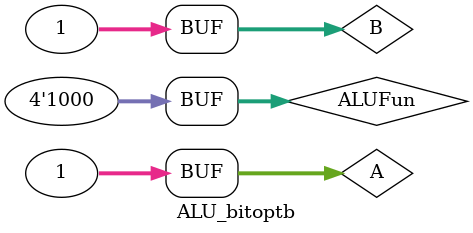
<source format=v>
`timescale 1ns / 1ps
module ALU_bitoptb;
reg[31:0] A,B;
reg[3:0] ALUFun;
wire [31:0]S;
initial
begin
A<=32'd1;
B<=32'd1;
ALUFun<=4'b1000;
end
ALU_bitop x2(.S(S),.A(A),.B(B),.ALUFun(ALUFun));
endmodule

</source>
